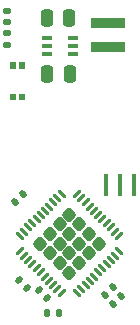
<source format=gbr>
%TF.GenerationSoftware,KiCad,Pcbnew,8.0.8-8.0.8-0~ubuntu22.04.1*%
%TF.CreationDate,2025-02-15T16:07:57+01:00*%
%TF.ProjectId,HB_Pro_Mini_ATMEGA1284P_FUEL4EP,48425f50-726f-45f4-9d69-6e695f41544d,V1.4*%
%TF.SameCoordinates,Original*%
%TF.FileFunction,Paste,Top*%
%TF.FilePolarity,Positive*%
%FSLAX46Y46*%
G04 Gerber Fmt 4.6, Leading zero omitted, Abs format (unit mm)*
G04 Created by KiCad (PCBNEW 8.0.8-8.0.8-0~ubuntu22.04.1) date 2025-02-15 16:07:57*
%MOMM*%
%LPD*%
G01*
G04 APERTURE LIST*
G04 Aperture macros list*
%AMRoundRect*
0 Rectangle with rounded corners*
0 $1 Rounding radius*
0 $2 $3 $4 $5 $6 $7 $8 $9 X,Y pos of 4 corners*
0 Add a 4 corners polygon primitive as box body*
4,1,4,$2,$3,$4,$5,$6,$7,$8,$9,$2,$3,0*
0 Add four circle primitives for the rounded corners*
1,1,$1+$1,$2,$3*
1,1,$1+$1,$4,$5*
1,1,$1+$1,$6,$7*
1,1,$1+$1,$8,$9*
0 Add four rect primitives between the rounded corners*
20,1,$1+$1,$2,$3,$4,$5,0*
20,1,$1+$1,$4,$5,$6,$7,0*
20,1,$1+$1,$6,$7,$8,$9,0*
20,1,$1+$1,$8,$9,$2,$3,0*%
G04 Aperture macros list end*
%ADD10C,0.010000*%
%ADD11RoundRect,0.140000X0.021213X-0.219203X0.219203X-0.021213X-0.021213X0.219203X-0.219203X0.021213X0*%
%ADD12R,0.400000X1.900000*%
%ADD13RoundRect,0.250000X0.250000X0.475000X-0.250000X0.475000X-0.250000X-0.475000X0.250000X-0.475000X0*%
%ADD14RoundRect,0.140000X-0.219203X-0.021213X-0.021213X-0.219203X0.219203X0.021213X0.021213X0.219203X0*%
%ADD15RoundRect,0.140000X0.170000X-0.140000X0.170000X0.140000X-0.170000X0.140000X-0.170000X-0.140000X0*%
%ADD16RoundRect,0.100000X-0.350000X-0.100000X0.350000X-0.100000X0.350000X0.100000X-0.350000X0.100000X0*%
%ADD17RoundRect,0.140000X-0.021213X0.219203X-0.219203X0.021213X0.021213X-0.219203X0.219203X-0.021213X0*%
%ADD18RoundRect,0.249323X0.000000X0.352596X-0.352596X0.000000X0.000000X-0.352596X0.352596X0.000000X0*%
%ADD19RoundRect,0.062500X0.220971X0.309359X-0.309359X-0.220971X-0.220971X-0.309359X0.309359X0.220971X0*%
%ADD20RoundRect,0.062500X-0.220971X0.309359X-0.309359X0.220971X0.220971X-0.309359X0.309359X-0.220971X0*%
%ADD21R,3.000000X0.900000*%
%ADD22RoundRect,0.135000X-0.185000X0.135000X-0.185000X-0.135000X0.185000X-0.135000X0.185000X0.135000X0*%
%ADD23RoundRect,0.135000X0.135000X0.185000X-0.135000X0.185000X-0.135000X-0.185000X0.135000X-0.185000X0*%
%ADD24RoundRect,0.140000X0.219203X0.021213X0.021213X0.219203X-0.219203X-0.021213X-0.021213X-0.219203X0*%
G04 APERTURE END LIST*
D10*
%TO.C,S1*%
X4301000Y24667000D02*
X3851000Y24667000D01*
X3851000Y25117000D01*
X4301000Y25117000D01*
X4301000Y24667000D01*
G36*
X4301000Y24667000D02*
G01*
X3851000Y24667000D01*
X3851000Y25117000D01*
X4301000Y25117000D01*
X4301000Y24667000D01*
G37*
X4301000Y22017000D02*
X3851000Y22017000D01*
X3851000Y22467000D01*
X4301000Y22467000D01*
X4301000Y22017000D01*
G36*
X4301000Y22017000D02*
G01*
X3851000Y22017000D01*
X3851000Y22467000D01*
X4301000Y22467000D01*
X4301000Y22017000D01*
G37*
X5051000Y24667000D02*
X4601000Y24667000D01*
X4601000Y25117000D01*
X5051000Y25117000D01*
X5051000Y24667000D01*
G36*
X5051000Y24667000D02*
G01*
X4601000Y24667000D01*
X4601000Y25117000D01*
X5051000Y25117000D01*
X5051000Y24667000D01*
G37*
X5051000Y22017000D02*
X4601000Y22017000D01*
X4601000Y22467000D01*
X5051000Y22467000D01*
X5051000Y22017000D01*
G36*
X5051000Y22017000D02*
G01*
X4601000Y22017000D01*
X4601000Y22467000D01*
X5051000Y22467000D01*
X5051000Y22017000D01*
G37*
%TD*%
D11*
%TO.C,C7*%
X11861800Y5384800D03*
X12540622Y6063622D03*
%TD*%
D12*
%TO.C,Y2*%
X11976400Y14732000D03*
X13176400Y14732000D03*
X14376400Y14732000D03*
%TD*%
D13*
%TO.C,C2*%
X8859600Y28905200D03*
X6959600Y28905200D03*
%TD*%
D14*
%TO.C,C4*%
X6306178Y5809622D03*
X6985000Y5130800D03*
%TD*%
D13*
%TO.C,C3*%
X8890000Y24130000D03*
X6990000Y24130000D03*
%TD*%
D15*
%TO.C,C1*%
X3606800Y28498800D03*
X3606800Y29458800D03*
%TD*%
D16*
%TO.C,U2*%
X6944000Y27157200D03*
X6944000Y26507200D03*
X6944000Y25857200D03*
X9144000Y25857200D03*
X9144000Y26507200D03*
X9144000Y27157200D03*
%TD*%
D17*
%TO.C,C6*%
X4987611Y13953811D03*
X4308789Y13274989D03*
%TD*%
D18*
%TO.C,U1*%
X11353522Y9771553D03*
X10531510Y10593565D03*
X9709499Y11415576D03*
X8887487Y12237588D03*
X10531510Y8949541D03*
X9709499Y9771553D03*
X8887487Y10593565D03*
X8065475Y11415576D03*
X9709499Y8127530D03*
X8887487Y8949541D03*
X8065475Y9771553D03*
X7243464Y10593565D03*
X8887487Y7305518D03*
X8065475Y8127530D03*
X7243464Y8949541D03*
X6421452Y9771553D03*
D19*
X13085934Y10434466D03*
X12732380Y10788019D03*
X12378827Y11141572D03*
X12025273Y11495126D03*
X11671720Y11848679D03*
X11318167Y12202233D03*
X10964613Y12555786D03*
X10611060Y12909339D03*
X10257506Y13262893D03*
X9903953Y13616446D03*
X9550400Y13970000D03*
D20*
X8224574Y13970000D03*
X7871021Y13616446D03*
X7517468Y13262893D03*
X7163914Y12909339D03*
X6810361Y12555786D03*
X6456807Y12202233D03*
X6103254Y11848679D03*
X5749701Y11495126D03*
X5396147Y11141572D03*
X5042594Y10788019D03*
X4689040Y10434466D03*
D19*
X4689040Y9108640D03*
X5042594Y8755087D03*
X5396147Y8401534D03*
X5749701Y8047980D03*
X6103254Y7694427D03*
X6456807Y7340873D03*
X6810361Y6987320D03*
X7163914Y6633767D03*
X7517468Y6280213D03*
X7871021Y5926660D03*
X8224574Y5573106D03*
D20*
X9550400Y5573106D03*
X9903953Y5926660D03*
X10257506Y6280213D03*
X10611060Y6633767D03*
X10964613Y6987320D03*
X11318167Y7340873D03*
X11671720Y7694427D03*
X12025273Y8047980D03*
X12378827Y8401534D03*
X12732380Y8755087D03*
X13085934Y9108640D03*
%TD*%
D21*
%TO.C,L1*%
X12166600Y28490600D03*
X12166600Y26390600D03*
%TD*%
D22*
%TO.C,R1*%
X3606800Y27584400D03*
X3606800Y26564400D03*
%TD*%
D11*
%TO.C,C5*%
X12573000Y4673600D03*
X13251822Y5352422D03*
%TD*%
D23*
%TO.C,R2*%
X8026400Y3860800D03*
X7006400Y3860800D03*
%TD*%
D24*
%TO.C,C8*%
X5276222Y6052178D03*
X4597400Y6731000D03*
%TD*%
M02*

</source>
